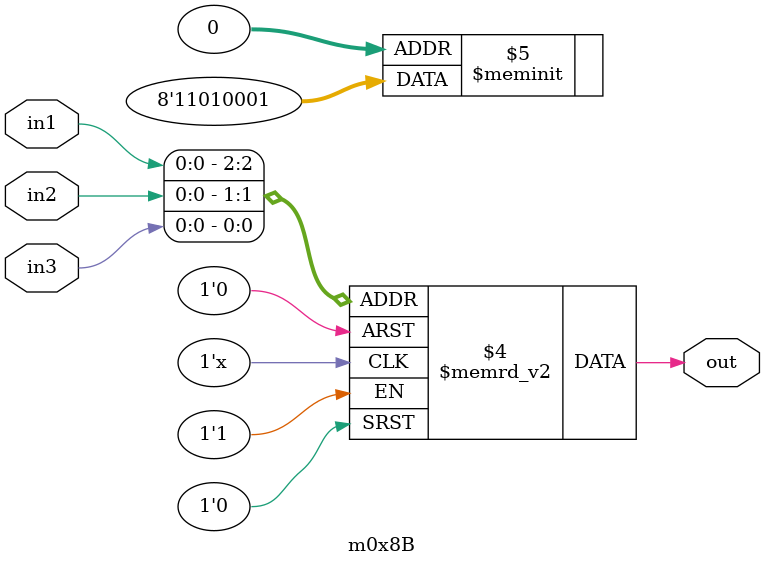
<source format=v>
module m0x8B(output out, input in1, in2, in3);

   always @(in1, in2, in3)
     begin
        case({in1, in2, in3})
          3'b000: {out} = 1'b1;
          3'b001: {out} = 1'b0;
          3'b010: {out} = 1'b0;
          3'b011: {out} = 1'b0;
          3'b100: {out} = 1'b1;
          3'b101: {out} = 1'b0;
          3'b110: {out} = 1'b1;
          3'b111: {out} = 1'b1;
        endcase // case ({in1, in2, in3})
     end // always @ (in1, in2, in3)

endmodule // m0x8B
</source>
